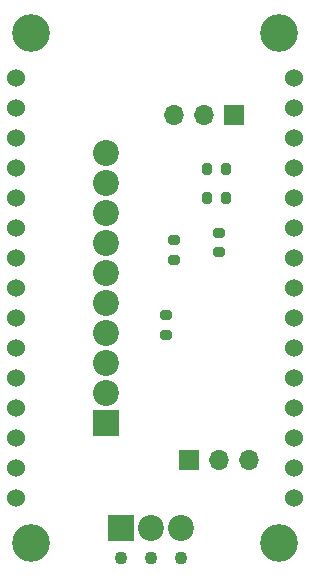
<source format=gbr>
%TF.GenerationSoftware,KiCad,Pcbnew,7.0.10*%
%TF.CreationDate,2024-03-01T13:19:40+01:00*%
%TF.ProjectId,Temp Sensor PCB,54656d70-2053-4656-9e73-6f7220504342,rev?*%
%TF.SameCoordinates,Original*%
%TF.FileFunction,Soldermask,Bot*%
%TF.FilePolarity,Negative*%
%FSLAX46Y46*%
G04 Gerber Fmt 4.6, Leading zero omitted, Abs format (unit mm)*
G04 Created by KiCad (PCBNEW 7.0.10) date 2024-03-01 13:19:40*
%MOMM*%
%LPD*%
G01*
G04 APERTURE LIST*
G04 Aperture macros list*
%AMRoundRect*
0 Rectangle with rounded corners*
0 $1 Rounding radius*
0 $2 $3 $4 $5 $6 $7 $8 $9 X,Y pos of 4 corners*
0 Add a 4 corners polygon primitive as box body*
4,1,4,$2,$3,$4,$5,$6,$7,$8,$9,$2,$3,0*
0 Add four circle primitives for the rounded corners*
1,1,$1+$1,$2,$3*
1,1,$1+$1,$4,$5*
1,1,$1+$1,$6,$7*
1,1,$1+$1,$8,$9*
0 Add four rect primitives between the rounded corners*
20,1,$1+$1,$2,$3,$4,$5,0*
20,1,$1+$1,$4,$5,$6,$7,0*
20,1,$1+$1,$6,$7,$8,$9,0*
20,1,$1+$1,$8,$9,$2,$3,0*%
G04 Aperture macros list end*
%ADD10R,1.700000X1.700000*%
%ADD11O,1.700000X1.700000*%
%ADD12R,2.200000X2.200000*%
%ADD13C,2.200000*%
%ADD14C,3.200000*%
%ADD15C,1.100000*%
%ADD16RoundRect,0.200000X-0.275000X0.200000X-0.275000X-0.200000X0.275000X-0.200000X0.275000X0.200000X0*%
%ADD17RoundRect,0.200000X0.200000X0.275000X-0.200000X0.275000X-0.200000X-0.275000X0.200000X-0.275000X0*%
%ADD18RoundRect,0.200000X0.275000X-0.200000X0.275000X0.200000X-0.275000X0.200000X-0.275000X-0.200000X0*%
%ADD19C,1.524000*%
G04 APERTURE END LIST*
D10*
%TO.C,J4*%
X150495000Y-76835000D03*
D11*
X147955000Y-76835000D03*
X145415000Y-76835000D03*
%TD*%
D12*
%TO.C,J2*%
X139700000Y-102870000D03*
D13*
X139700000Y-100330000D03*
X139700000Y-97790000D03*
X139700000Y-95250000D03*
X139700000Y-92710000D03*
X139700000Y-90170000D03*
X139700000Y-87630000D03*
X139700000Y-85090000D03*
X139700000Y-82550000D03*
X139700000Y-80010000D03*
%TD*%
D14*
%TO.C,H4*%
X154305000Y-113030000D03*
%TD*%
%TO.C,H2*%
X154305000Y-69850000D03*
%TD*%
D10*
%TO.C,J3*%
X146685000Y-106045000D03*
D11*
X149225000Y-106045000D03*
X151765000Y-106045000D03*
%TD*%
D14*
%TO.C,H1*%
X133350000Y-69850000D03*
%TD*%
%TO.C,H3*%
X133350000Y-113030000D03*
%TD*%
D15*
%TO.C,J1*%
X140970000Y-114300000D03*
X143510000Y-114300000D03*
X146050000Y-114300000D03*
D12*
X140970000Y-111760000D03*
D13*
X143510000Y-111760000D03*
X146050000Y-111760000D03*
%TD*%
D16*
%TO.C,R1*%
X144780000Y-93790000D03*
X144780000Y-95440000D03*
%TD*%
D17*
%TO.C,R3*%
X149860000Y-83820000D03*
X148210000Y-83820000D03*
%TD*%
%TO.C,R2*%
X149860000Y-81375000D03*
X148210000Y-81375000D03*
%TD*%
D18*
%TO.C,R5*%
X149225000Y-88455000D03*
X149225000Y-86805000D03*
%TD*%
%TO.C,R4*%
X145415000Y-89090000D03*
X145415000Y-87440000D03*
%TD*%
D19*
%TO.C,U2*%
X155575000Y-73660000D03*
X155575000Y-76200000D03*
X155575000Y-78740000D03*
X155575000Y-81280000D03*
X155575000Y-83820000D03*
X155575000Y-86360000D03*
X155575000Y-88900000D03*
X155575000Y-91440000D03*
X155575000Y-93980000D03*
X155575000Y-96520000D03*
X155575000Y-99060000D03*
X155575000Y-101600000D03*
X155575000Y-104140000D03*
X155575000Y-106680000D03*
X155575000Y-109220000D03*
X132080000Y-109220000D03*
X132080000Y-106680000D03*
X132080000Y-104140000D03*
X132080000Y-101600000D03*
X132080000Y-99060000D03*
X132080000Y-96520000D03*
X132080000Y-93980000D03*
X132080000Y-91440000D03*
X132080000Y-88900000D03*
X132080000Y-86360000D03*
X132080000Y-83820000D03*
X132080000Y-81280000D03*
X132080000Y-78740000D03*
X132080000Y-76200000D03*
X132080000Y-73660000D03*
%TD*%
M02*

</source>
